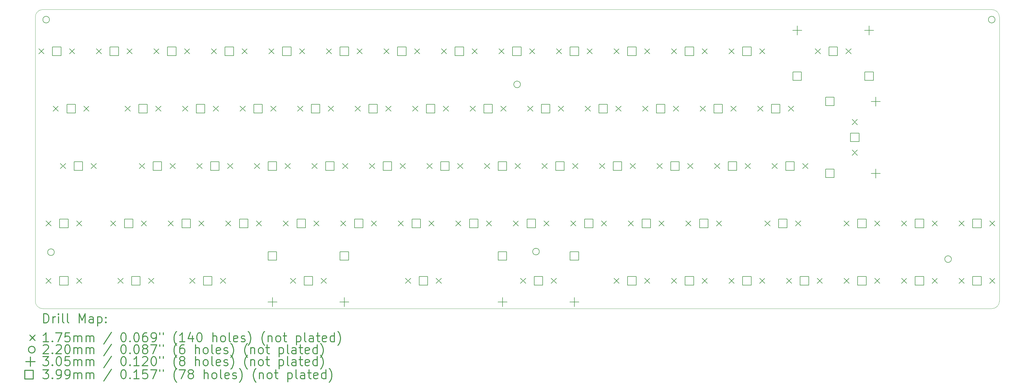
<source format=gbr>
%FSLAX45Y45*%
G04 Gerber Fmt 4.5, Leading zero omitted, Abs format (unit mm)*
G04 Created by KiCad (PCBNEW (5.1.9)-1) date 2021-05-17 15:30:06*
%MOMM*%
%LPD*%
G01*
G04 APERTURE LIST*
%TA.AperFunction,Profile*%
%ADD10C,0.100000*%
%TD*%
%ADD11C,0.200000*%
%ADD12C,0.300000*%
G04 APERTURE END LIST*
D10*
X6790000Y-19695000D02*
G75*
G02*
X6540000Y-19445000I0J250000D01*
G01*
X38475000Y-19445000D02*
G75*
G02*
X38225000Y-19695000I-250000J0D01*
G01*
X38225000Y-9765000D02*
G75*
G02*
X38475000Y-10015000I0J-250000D01*
G01*
X6540000Y-10015000D02*
G75*
G02*
X6790000Y-9765000I250000J0D01*
G01*
X6540000Y-19445000D02*
X6540000Y-10015000D01*
X6790000Y-19695000D02*
X38225000Y-19695000D01*
X38475000Y-19445000D02*
X38475000Y-10015000D01*
X38225000Y-9765000D02*
X6790000Y-9765000D01*
D11*
X6655420Y-11063412D02*
X6830420Y-11238412D01*
X6830420Y-11063412D02*
X6655420Y-11238412D01*
X6893545Y-16778412D02*
X7068545Y-16953412D01*
X7068545Y-16778412D02*
X6893545Y-16953412D01*
X6893545Y-18683412D02*
X7068545Y-18858412D01*
X7068545Y-18683412D02*
X6893545Y-18858412D01*
X7131670Y-12968412D02*
X7306670Y-13143412D01*
X7306670Y-12968412D02*
X7131670Y-13143412D01*
X7372920Y-14873412D02*
X7547920Y-15048412D01*
X7547920Y-14873412D02*
X7372920Y-15048412D01*
X7671420Y-11063412D02*
X7846420Y-11238412D01*
X7846420Y-11063412D02*
X7671420Y-11238412D01*
X7909545Y-16778412D02*
X8084545Y-16953412D01*
X8084545Y-16778412D02*
X7909545Y-16953412D01*
X7909545Y-18683412D02*
X8084545Y-18858412D01*
X8084545Y-18683412D02*
X7909545Y-18858412D01*
X8147670Y-12968412D02*
X8322670Y-13143412D01*
X8322670Y-12968412D02*
X8147670Y-13143412D01*
X8388920Y-14873412D02*
X8563920Y-15048412D01*
X8563920Y-14873412D02*
X8388920Y-15048412D01*
X8560420Y-11063412D02*
X8735420Y-11238412D01*
X8735420Y-11063412D02*
X8560420Y-11238412D01*
X9036670Y-16778412D02*
X9211670Y-16953412D01*
X9211670Y-16778412D02*
X9036670Y-16953412D01*
X9274795Y-18683412D02*
X9449795Y-18858412D01*
X9449795Y-18683412D02*
X9274795Y-18858412D01*
X9512920Y-12968412D02*
X9687920Y-13143412D01*
X9687920Y-12968412D02*
X9512920Y-13143412D01*
X9576420Y-11063412D02*
X9751420Y-11238412D01*
X9751420Y-11063412D02*
X9576420Y-11238412D01*
X9989170Y-14873412D02*
X10164170Y-15048412D01*
X10164170Y-14873412D02*
X9989170Y-15048412D01*
X10052670Y-16778412D02*
X10227670Y-16953412D01*
X10227670Y-16778412D02*
X10052670Y-16953412D01*
X10290795Y-18683412D02*
X10465795Y-18858412D01*
X10465795Y-18683412D02*
X10290795Y-18858412D01*
X10465420Y-11063412D02*
X10640420Y-11238412D01*
X10640420Y-11063412D02*
X10465420Y-11238412D01*
X10528920Y-12968412D02*
X10703920Y-13143412D01*
X10703920Y-12968412D02*
X10528920Y-13143412D01*
X10941670Y-16778412D02*
X11116670Y-16953412D01*
X11116670Y-16778412D02*
X10941670Y-16953412D01*
X11005170Y-14873412D02*
X11180170Y-15048412D01*
X11180170Y-14873412D02*
X11005170Y-15048412D01*
X11417920Y-12968412D02*
X11592920Y-13143412D01*
X11592920Y-12968412D02*
X11417920Y-13143412D01*
X11481420Y-11063412D02*
X11656420Y-11238412D01*
X11656420Y-11063412D02*
X11481420Y-11238412D01*
X11656045Y-18683412D02*
X11831045Y-18858412D01*
X11831045Y-18683412D02*
X11656045Y-18858412D01*
X11894170Y-14873412D02*
X12069170Y-15048412D01*
X12069170Y-14873412D02*
X11894170Y-15048412D01*
X11957670Y-16778412D02*
X12132670Y-16953412D01*
X12132670Y-16778412D02*
X11957670Y-16953412D01*
X12370420Y-11063412D02*
X12545420Y-11238412D01*
X12545420Y-11063412D02*
X12370420Y-11238412D01*
X12433920Y-12968412D02*
X12608920Y-13143412D01*
X12608920Y-12968412D02*
X12433920Y-13143412D01*
X12672045Y-18683412D02*
X12847045Y-18858412D01*
X12847045Y-18683412D02*
X12672045Y-18858412D01*
X12846670Y-16778412D02*
X13021670Y-16953412D01*
X13021670Y-16778412D02*
X12846670Y-16953412D01*
X12910170Y-14873412D02*
X13085170Y-15048412D01*
X13085170Y-14873412D02*
X12910170Y-15048412D01*
X13322920Y-12968412D02*
X13497920Y-13143412D01*
X13497920Y-12968412D02*
X13322920Y-13143412D01*
X13386420Y-11063412D02*
X13561420Y-11238412D01*
X13561420Y-11063412D02*
X13386420Y-11238412D01*
X13799170Y-14873412D02*
X13974170Y-15048412D01*
X13974170Y-14873412D02*
X13799170Y-15048412D01*
X13862670Y-16778412D02*
X14037670Y-16953412D01*
X14037670Y-16778412D02*
X13862670Y-16953412D01*
X14275420Y-11063412D02*
X14450420Y-11238412D01*
X14450420Y-11063412D02*
X14275420Y-11238412D01*
X14338920Y-12968412D02*
X14513920Y-13143412D01*
X14513920Y-12968412D02*
X14338920Y-13143412D01*
X14751670Y-16778412D02*
X14926670Y-16953412D01*
X14926670Y-16778412D02*
X14751670Y-16953412D01*
X14815170Y-14873412D02*
X14990170Y-15048412D01*
X14990170Y-14873412D02*
X14815170Y-15048412D01*
X14989795Y-18683412D02*
X15164795Y-18858412D01*
X15164795Y-18683412D02*
X14989795Y-18858412D01*
X15227920Y-12968412D02*
X15402920Y-13143412D01*
X15402920Y-12968412D02*
X15227920Y-13143412D01*
X15291420Y-11063412D02*
X15466420Y-11238412D01*
X15466420Y-11063412D02*
X15291420Y-11238412D01*
X15704170Y-14873412D02*
X15879170Y-15048412D01*
X15879170Y-14873412D02*
X15704170Y-15048412D01*
X15767670Y-16778412D02*
X15942670Y-16953412D01*
X15942670Y-16778412D02*
X15767670Y-16953412D01*
X16005795Y-18683412D02*
X16180795Y-18858412D01*
X16180795Y-18683412D02*
X16005795Y-18858412D01*
X16180420Y-11063412D02*
X16355420Y-11238412D01*
X16355420Y-11063412D02*
X16180420Y-11238412D01*
X16243920Y-12968412D02*
X16418920Y-13143412D01*
X16418920Y-12968412D02*
X16243920Y-13143412D01*
X16656670Y-16778412D02*
X16831670Y-16953412D01*
X16831670Y-16778412D02*
X16656670Y-16953412D01*
X16720170Y-14873412D02*
X16895170Y-15048412D01*
X16895170Y-14873412D02*
X16720170Y-15048412D01*
X17132920Y-12968412D02*
X17307920Y-13143412D01*
X17307920Y-12968412D02*
X17132920Y-13143412D01*
X17196420Y-11063412D02*
X17371420Y-11238412D01*
X17371420Y-11063412D02*
X17196420Y-11238412D01*
X17609170Y-14873412D02*
X17784170Y-15048412D01*
X17784170Y-14873412D02*
X17609170Y-15048412D01*
X17672670Y-16778412D02*
X17847670Y-16953412D01*
X17847670Y-16778412D02*
X17672670Y-16953412D01*
X18085420Y-11063412D02*
X18260420Y-11238412D01*
X18260420Y-11063412D02*
X18085420Y-11238412D01*
X18148920Y-12968412D02*
X18323920Y-13143412D01*
X18323920Y-12968412D02*
X18148920Y-13143412D01*
X18561670Y-16778412D02*
X18736670Y-16953412D01*
X18736670Y-16778412D02*
X18561670Y-16953412D01*
X18625170Y-14873412D02*
X18800170Y-15048412D01*
X18800170Y-14873412D02*
X18625170Y-15048412D01*
X18799795Y-18683412D02*
X18974795Y-18858412D01*
X18974795Y-18683412D02*
X18799795Y-18858412D01*
X19037920Y-12968412D02*
X19212920Y-13143412D01*
X19212920Y-12968412D02*
X19037920Y-13143412D01*
X19101420Y-11063412D02*
X19276420Y-11238412D01*
X19276420Y-11063412D02*
X19101420Y-11238412D01*
X19514170Y-14873412D02*
X19689170Y-15048412D01*
X19689170Y-14873412D02*
X19514170Y-15048412D01*
X19577670Y-16778412D02*
X19752670Y-16953412D01*
X19752670Y-16778412D02*
X19577670Y-16953412D01*
X19815795Y-18683412D02*
X19990795Y-18858412D01*
X19990795Y-18683412D02*
X19815795Y-18858412D01*
X19990420Y-11063412D02*
X20165420Y-11238412D01*
X20165420Y-11063412D02*
X19990420Y-11238412D01*
X20053920Y-12968412D02*
X20228920Y-13143412D01*
X20228920Y-12968412D02*
X20053920Y-13143412D01*
X20466670Y-16778412D02*
X20641670Y-16953412D01*
X20641670Y-16778412D02*
X20466670Y-16953412D01*
X20530170Y-14873412D02*
X20705170Y-15048412D01*
X20705170Y-14873412D02*
X20530170Y-15048412D01*
X20942920Y-12968412D02*
X21117920Y-13143412D01*
X21117920Y-12968412D02*
X20942920Y-13143412D01*
X21006420Y-11063412D02*
X21181420Y-11238412D01*
X21181420Y-11063412D02*
X21006420Y-11238412D01*
X21419170Y-14873412D02*
X21594170Y-15048412D01*
X21594170Y-14873412D02*
X21419170Y-15048412D01*
X21482670Y-16778412D02*
X21657670Y-16953412D01*
X21657670Y-16778412D02*
X21482670Y-16953412D01*
X21895420Y-11063412D02*
X22070420Y-11238412D01*
X22070420Y-11063412D02*
X21895420Y-11238412D01*
X21958920Y-12968412D02*
X22133920Y-13143412D01*
X22133920Y-12968412D02*
X21958920Y-13143412D01*
X22371670Y-16778412D02*
X22546670Y-16953412D01*
X22546670Y-16778412D02*
X22371670Y-16953412D01*
X22435170Y-14873412D02*
X22610170Y-15048412D01*
X22610170Y-14873412D02*
X22435170Y-15048412D01*
X22609795Y-18683412D02*
X22784795Y-18858412D01*
X22784795Y-18683412D02*
X22609795Y-18858412D01*
X22847920Y-12968412D02*
X23022920Y-13143412D01*
X23022920Y-12968412D02*
X22847920Y-13143412D01*
X22911420Y-11063412D02*
X23086420Y-11238412D01*
X23086420Y-11063412D02*
X22911420Y-11238412D01*
X23324170Y-14873412D02*
X23499170Y-15048412D01*
X23499170Y-14873412D02*
X23324170Y-15048412D01*
X23387670Y-16778412D02*
X23562670Y-16953412D01*
X23562670Y-16778412D02*
X23387670Y-16953412D01*
X23625795Y-18683412D02*
X23800795Y-18858412D01*
X23800795Y-18683412D02*
X23625795Y-18858412D01*
X23800420Y-11063412D02*
X23975420Y-11238412D01*
X23975420Y-11063412D02*
X23800420Y-11238412D01*
X23863920Y-12968412D02*
X24038920Y-13143412D01*
X24038920Y-12968412D02*
X23863920Y-13143412D01*
X24276670Y-16778412D02*
X24451670Y-16953412D01*
X24451670Y-16778412D02*
X24276670Y-16953412D01*
X24340170Y-14873412D02*
X24515170Y-15048412D01*
X24515170Y-14873412D02*
X24340170Y-15048412D01*
X24752920Y-12968412D02*
X24927920Y-13143412D01*
X24927920Y-12968412D02*
X24752920Y-13143412D01*
X24816420Y-11063412D02*
X24991420Y-11238412D01*
X24991420Y-11063412D02*
X24816420Y-11238412D01*
X25229170Y-14873412D02*
X25404170Y-15048412D01*
X25404170Y-14873412D02*
X25229170Y-15048412D01*
X25292670Y-16778412D02*
X25467670Y-16953412D01*
X25467670Y-16778412D02*
X25292670Y-16953412D01*
X25705420Y-11063412D02*
X25880420Y-11238412D01*
X25880420Y-11063412D02*
X25705420Y-11238412D01*
X25705420Y-18683412D02*
X25880420Y-18858412D01*
X25880420Y-18683412D02*
X25705420Y-18858412D01*
X25768920Y-12968412D02*
X25943920Y-13143412D01*
X25943920Y-12968412D02*
X25768920Y-13143412D01*
X26181670Y-16778412D02*
X26356670Y-16953412D01*
X26356670Y-16778412D02*
X26181670Y-16953412D01*
X26245170Y-14873412D02*
X26420170Y-15048412D01*
X26420170Y-14873412D02*
X26245170Y-15048412D01*
X26657920Y-12968412D02*
X26832920Y-13143412D01*
X26832920Y-12968412D02*
X26657920Y-13143412D01*
X26721420Y-11063412D02*
X26896420Y-11238412D01*
X26896420Y-11063412D02*
X26721420Y-11238412D01*
X26721420Y-18683412D02*
X26896420Y-18858412D01*
X26896420Y-18683412D02*
X26721420Y-18858412D01*
X27134170Y-14873412D02*
X27309170Y-15048412D01*
X27309170Y-14873412D02*
X27134170Y-15048412D01*
X27197670Y-16778412D02*
X27372670Y-16953412D01*
X27372670Y-16778412D02*
X27197670Y-16953412D01*
X27610420Y-11063412D02*
X27785420Y-11238412D01*
X27785420Y-11063412D02*
X27610420Y-11238412D01*
X27610420Y-18683412D02*
X27785420Y-18858412D01*
X27785420Y-18683412D02*
X27610420Y-18858412D01*
X27673920Y-12968412D02*
X27848920Y-13143412D01*
X27848920Y-12968412D02*
X27673920Y-13143412D01*
X28086670Y-16778412D02*
X28261670Y-16953412D01*
X28261670Y-16778412D02*
X28086670Y-16953412D01*
X28150170Y-14873412D02*
X28325170Y-15048412D01*
X28325170Y-14873412D02*
X28150170Y-15048412D01*
X28562920Y-12968412D02*
X28737920Y-13143412D01*
X28737920Y-12968412D02*
X28562920Y-13143412D01*
X28626420Y-11063412D02*
X28801420Y-11238412D01*
X28801420Y-11063412D02*
X28626420Y-11238412D01*
X28626420Y-18683412D02*
X28801420Y-18858412D01*
X28801420Y-18683412D02*
X28626420Y-18858412D01*
X29039170Y-14873412D02*
X29214170Y-15048412D01*
X29214170Y-14873412D02*
X29039170Y-15048412D01*
X29102670Y-16778412D02*
X29277670Y-16953412D01*
X29277670Y-16778412D02*
X29102670Y-16953412D01*
X29515420Y-11063412D02*
X29690420Y-11238412D01*
X29690420Y-11063412D02*
X29515420Y-11238412D01*
X29515420Y-18683412D02*
X29690420Y-18858412D01*
X29690420Y-18683412D02*
X29515420Y-18858412D01*
X29578920Y-12968412D02*
X29753920Y-13143412D01*
X29753920Y-12968412D02*
X29578920Y-13143412D01*
X30055170Y-14873412D02*
X30230170Y-15048412D01*
X30230170Y-14873412D02*
X30055170Y-15048412D01*
X30467920Y-12968412D02*
X30642920Y-13143412D01*
X30642920Y-12968412D02*
X30467920Y-13143412D01*
X30531420Y-11063412D02*
X30706420Y-11238412D01*
X30706420Y-11063412D02*
X30531420Y-11238412D01*
X30531420Y-18683412D02*
X30706420Y-18858412D01*
X30706420Y-18683412D02*
X30531420Y-18858412D01*
X30707920Y-16778412D02*
X30882920Y-16953412D01*
X30882920Y-16778412D02*
X30707920Y-16953412D01*
X30944170Y-14873412D02*
X31119170Y-15048412D01*
X31119170Y-14873412D02*
X30944170Y-15048412D01*
X31420420Y-18683412D02*
X31595420Y-18858412D01*
X31595420Y-18683412D02*
X31420420Y-18858412D01*
X31483920Y-12968412D02*
X31658920Y-13143412D01*
X31658920Y-12968412D02*
X31483920Y-13143412D01*
X31723920Y-16778412D02*
X31898920Y-16953412D01*
X31898920Y-16778412D02*
X31723920Y-16953412D01*
X31960170Y-14873412D02*
X32135170Y-15048412D01*
X32135170Y-14873412D02*
X31960170Y-15048412D01*
X32372920Y-11063412D02*
X32547920Y-11238412D01*
X32547920Y-11063412D02*
X32372920Y-11238412D01*
X32436420Y-18683412D02*
X32611420Y-18858412D01*
X32611420Y-18683412D02*
X32436420Y-18858412D01*
X33325420Y-16778412D02*
X33500420Y-16953412D01*
X33500420Y-16778412D02*
X33325420Y-16953412D01*
X33325420Y-18683412D02*
X33500420Y-18858412D01*
X33500420Y-18683412D02*
X33325420Y-18858412D01*
X33388920Y-11063412D02*
X33563920Y-11238412D01*
X33563920Y-11063412D02*
X33388920Y-11238412D01*
X33595920Y-13412912D02*
X33770920Y-13587912D01*
X33770920Y-13412912D02*
X33595920Y-13587912D01*
X33595920Y-14428912D02*
X33770920Y-14603912D01*
X33770920Y-14428912D02*
X33595920Y-14603912D01*
X34341420Y-16778412D02*
X34516420Y-16953412D01*
X34516420Y-16778412D02*
X34341420Y-16953412D01*
X34341420Y-18683412D02*
X34516420Y-18858412D01*
X34516420Y-18683412D02*
X34341420Y-18858412D01*
X35230420Y-16778412D02*
X35405420Y-16953412D01*
X35405420Y-16778412D02*
X35230420Y-16953412D01*
X35230420Y-18683412D02*
X35405420Y-18858412D01*
X35405420Y-18683412D02*
X35230420Y-18858412D01*
X36246420Y-16778412D02*
X36421420Y-16953412D01*
X36421420Y-16778412D02*
X36246420Y-16953412D01*
X36246420Y-18683412D02*
X36421420Y-18858412D01*
X36421420Y-18683412D02*
X36246420Y-18858412D01*
X37135420Y-16778412D02*
X37310420Y-16953412D01*
X37310420Y-16778412D02*
X37135420Y-16953412D01*
X37135420Y-18683412D02*
X37310420Y-18858412D01*
X37310420Y-18683412D02*
X37135420Y-18858412D01*
X38151420Y-16778412D02*
X38326420Y-16953412D01*
X38326420Y-16778412D02*
X38151420Y-16953412D01*
X38151420Y-18683412D02*
X38326420Y-18858412D01*
X38326420Y-18683412D02*
X38151420Y-18858412D01*
X7010000Y-10100000D02*
G75*
G03*
X7010000Y-10100000I-110000J0D01*
G01*
X7170000Y-17820000D02*
G75*
G03*
X7170000Y-17820000I-110000J0D01*
G01*
X22610000Y-12250000D02*
G75*
G03*
X22610000Y-12250000I-110000J0D01*
G01*
X23235000Y-17800000D02*
G75*
G03*
X23235000Y-17800000I-110000J0D01*
G01*
X36885000Y-18050000D02*
G75*
G03*
X36885000Y-18050000I-110000J0D01*
G01*
X38330000Y-10100000D02*
G75*
G03*
X38330000Y-10100000I-110000J0D01*
G01*
X14394670Y-19317012D02*
X14394670Y-19621812D01*
X14242270Y-19469412D02*
X14547070Y-19469412D01*
X16775920Y-19317012D02*
X16775920Y-19621812D01*
X16623520Y-19469412D02*
X16928320Y-19469412D01*
X22014670Y-19317012D02*
X22014670Y-19621812D01*
X21862270Y-19469412D02*
X22167070Y-19469412D01*
X24395920Y-19317012D02*
X24395920Y-19621812D01*
X24243520Y-19469412D02*
X24548320Y-19469412D01*
X31777795Y-10300012D02*
X31777795Y-10604812D01*
X31625395Y-10452412D02*
X31930195Y-10452412D01*
X34159045Y-10300012D02*
X34159045Y-10604812D01*
X34006645Y-10452412D02*
X34311445Y-10452412D01*
X34381920Y-12662212D02*
X34381920Y-12967012D01*
X34229520Y-12814612D02*
X34534320Y-12814612D01*
X34381920Y-15049812D02*
X34381920Y-15354612D01*
X34229520Y-15202212D02*
X34534320Y-15202212D01*
X7391911Y-11291903D02*
X7391911Y-11009921D01*
X7109929Y-11009921D01*
X7109929Y-11291903D01*
X7391911Y-11291903D01*
X7630036Y-17006903D02*
X7630036Y-16724921D01*
X7348054Y-16724921D01*
X7348054Y-17006903D01*
X7630036Y-17006903D01*
X7630036Y-18911903D02*
X7630036Y-18629921D01*
X7348054Y-18629921D01*
X7348054Y-18911903D01*
X7630036Y-18911903D01*
X7868161Y-13196903D02*
X7868161Y-12914921D01*
X7586179Y-12914921D01*
X7586179Y-13196903D01*
X7868161Y-13196903D01*
X8109411Y-15101903D02*
X8109411Y-14819921D01*
X7827429Y-14819921D01*
X7827429Y-15101903D01*
X8109411Y-15101903D01*
X9296911Y-11291903D02*
X9296911Y-11009921D01*
X9014929Y-11009921D01*
X9014929Y-11291903D01*
X9296911Y-11291903D01*
X9773161Y-17006903D02*
X9773161Y-16724921D01*
X9491179Y-16724921D01*
X9491179Y-17006903D01*
X9773161Y-17006903D01*
X10011286Y-18911903D02*
X10011286Y-18629921D01*
X9729304Y-18629921D01*
X9729304Y-18911903D01*
X10011286Y-18911903D01*
X10249411Y-13196903D02*
X10249411Y-12914921D01*
X9967429Y-12914921D01*
X9967429Y-13196903D01*
X10249411Y-13196903D01*
X10725661Y-15101903D02*
X10725661Y-14819921D01*
X10443679Y-14819921D01*
X10443679Y-15101903D01*
X10725661Y-15101903D01*
X11201911Y-11291903D02*
X11201911Y-11009921D01*
X10919929Y-11009921D01*
X10919929Y-11291903D01*
X11201911Y-11291903D01*
X11678161Y-17006903D02*
X11678161Y-16724921D01*
X11396179Y-16724921D01*
X11396179Y-17006903D01*
X11678161Y-17006903D01*
X12154411Y-13196903D02*
X12154411Y-12914921D01*
X11872429Y-12914921D01*
X11872429Y-13196903D01*
X12154411Y-13196903D01*
X12392536Y-18911903D02*
X12392536Y-18629921D01*
X12110554Y-18629921D01*
X12110554Y-18911903D01*
X12392536Y-18911903D01*
X12630661Y-15101903D02*
X12630661Y-14819921D01*
X12348679Y-14819921D01*
X12348679Y-15101903D01*
X12630661Y-15101903D01*
X13106911Y-11291903D02*
X13106911Y-11009921D01*
X12824929Y-11009921D01*
X12824929Y-11291903D01*
X13106911Y-11291903D01*
X13583161Y-17006903D02*
X13583161Y-16724921D01*
X13301179Y-16724921D01*
X13301179Y-17006903D01*
X13583161Y-17006903D01*
X14059411Y-13196903D02*
X14059411Y-12914921D01*
X13777429Y-12914921D01*
X13777429Y-13196903D01*
X14059411Y-13196903D01*
X14535661Y-15101903D02*
X14535661Y-14819921D01*
X14253679Y-14819921D01*
X14253679Y-15101903D01*
X14535661Y-15101903D01*
X14535661Y-18086403D02*
X14535661Y-17804421D01*
X14253679Y-17804421D01*
X14253679Y-18086403D01*
X14535661Y-18086403D01*
X15011911Y-11291903D02*
X15011911Y-11009921D01*
X14729929Y-11009921D01*
X14729929Y-11291903D01*
X15011911Y-11291903D01*
X15488161Y-17006903D02*
X15488161Y-16724921D01*
X15206179Y-16724921D01*
X15206179Y-17006903D01*
X15488161Y-17006903D01*
X15726286Y-18911903D02*
X15726286Y-18629921D01*
X15444304Y-18629921D01*
X15444304Y-18911903D01*
X15726286Y-18911903D01*
X15964411Y-13196903D02*
X15964411Y-12914921D01*
X15682429Y-12914921D01*
X15682429Y-13196903D01*
X15964411Y-13196903D01*
X16440661Y-15101903D02*
X16440661Y-14819921D01*
X16158679Y-14819921D01*
X16158679Y-15101903D01*
X16440661Y-15101903D01*
X16916911Y-11291903D02*
X16916911Y-11009921D01*
X16634929Y-11009921D01*
X16634929Y-11291903D01*
X16916911Y-11291903D01*
X16916911Y-18086403D02*
X16916911Y-17804421D01*
X16634929Y-17804421D01*
X16634929Y-18086403D01*
X16916911Y-18086403D01*
X17393161Y-17006903D02*
X17393161Y-16724921D01*
X17111179Y-16724921D01*
X17111179Y-17006903D01*
X17393161Y-17006903D01*
X17869411Y-13196903D02*
X17869411Y-12914921D01*
X17587429Y-12914921D01*
X17587429Y-13196903D01*
X17869411Y-13196903D01*
X18345661Y-15101903D02*
X18345661Y-14819921D01*
X18063679Y-14819921D01*
X18063679Y-15101903D01*
X18345661Y-15101903D01*
X18821911Y-11291903D02*
X18821911Y-11009921D01*
X18539929Y-11009921D01*
X18539929Y-11291903D01*
X18821911Y-11291903D01*
X19298161Y-17006903D02*
X19298161Y-16724921D01*
X19016179Y-16724921D01*
X19016179Y-17006903D01*
X19298161Y-17006903D01*
X19536286Y-18911903D02*
X19536286Y-18629921D01*
X19254304Y-18629921D01*
X19254304Y-18911903D01*
X19536286Y-18911903D01*
X19774411Y-13196903D02*
X19774411Y-12914921D01*
X19492429Y-12914921D01*
X19492429Y-13196903D01*
X19774411Y-13196903D01*
X20250661Y-15101903D02*
X20250661Y-14819921D01*
X19968679Y-14819921D01*
X19968679Y-15101903D01*
X20250661Y-15101903D01*
X20726911Y-11291903D02*
X20726911Y-11009921D01*
X20444929Y-11009921D01*
X20444929Y-11291903D01*
X20726911Y-11291903D01*
X21203161Y-17006903D02*
X21203161Y-16724921D01*
X20921179Y-16724921D01*
X20921179Y-17006903D01*
X21203161Y-17006903D01*
X21679411Y-13196903D02*
X21679411Y-12914921D01*
X21397429Y-12914921D01*
X21397429Y-13196903D01*
X21679411Y-13196903D01*
X22155661Y-15101903D02*
X22155661Y-14819921D01*
X21873679Y-14819921D01*
X21873679Y-15101903D01*
X22155661Y-15101903D01*
X22155661Y-18086403D02*
X22155661Y-17804421D01*
X21873679Y-17804421D01*
X21873679Y-18086403D01*
X22155661Y-18086403D01*
X22631911Y-11291903D02*
X22631911Y-11009921D01*
X22349929Y-11009921D01*
X22349929Y-11291903D01*
X22631911Y-11291903D01*
X23108161Y-17006903D02*
X23108161Y-16724921D01*
X22826179Y-16724921D01*
X22826179Y-17006903D01*
X23108161Y-17006903D01*
X23346286Y-18911903D02*
X23346286Y-18629921D01*
X23064304Y-18629921D01*
X23064304Y-18911903D01*
X23346286Y-18911903D01*
X23584411Y-13196903D02*
X23584411Y-12914921D01*
X23302429Y-12914921D01*
X23302429Y-13196903D01*
X23584411Y-13196903D01*
X24060661Y-15101903D02*
X24060661Y-14819921D01*
X23778679Y-14819921D01*
X23778679Y-15101903D01*
X24060661Y-15101903D01*
X24536911Y-11291903D02*
X24536911Y-11009921D01*
X24254929Y-11009921D01*
X24254929Y-11291903D01*
X24536911Y-11291903D01*
X24536911Y-18086403D02*
X24536911Y-17804421D01*
X24254929Y-17804421D01*
X24254929Y-18086403D01*
X24536911Y-18086403D01*
X25013161Y-17006903D02*
X25013161Y-16724921D01*
X24731179Y-16724921D01*
X24731179Y-17006903D01*
X25013161Y-17006903D01*
X25489411Y-13196903D02*
X25489411Y-12914921D01*
X25207429Y-12914921D01*
X25207429Y-13196903D01*
X25489411Y-13196903D01*
X25965661Y-15101903D02*
X25965661Y-14819921D01*
X25683679Y-14819921D01*
X25683679Y-15101903D01*
X25965661Y-15101903D01*
X26441911Y-11291903D02*
X26441911Y-11009921D01*
X26159929Y-11009921D01*
X26159929Y-11291903D01*
X26441911Y-11291903D01*
X26441911Y-18911903D02*
X26441911Y-18629921D01*
X26159929Y-18629921D01*
X26159929Y-18911903D01*
X26441911Y-18911903D01*
X26918161Y-17006903D02*
X26918161Y-16724921D01*
X26636179Y-16724921D01*
X26636179Y-17006903D01*
X26918161Y-17006903D01*
X27394411Y-13196903D02*
X27394411Y-12914921D01*
X27112429Y-12914921D01*
X27112429Y-13196903D01*
X27394411Y-13196903D01*
X27870661Y-15101903D02*
X27870661Y-14819921D01*
X27588679Y-14819921D01*
X27588679Y-15101903D01*
X27870661Y-15101903D01*
X28346911Y-11291903D02*
X28346911Y-11009921D01*
X28064929Y-11009921D01*
X28064929Y-11291903D01*
X28346911Y-11291903D01*
X28346911Y-18911903D02*
X28346911Y-18629921D01*
X28064929Y-18629921D01*
X28064929Y-18911903D01*
X28346911Y-18911903D01*
X28823161Y-17006903D02*
X28823161Y-16724921D01*
X28541179Y-16724921D01*
X28541179Y-17006903D01*
X28823161Y-17006903D01*
X29299411Y-13196903D02*
X29299411Y-12914921D01*
X29017429Y-12914921D01*
X29017429Y-13196903D01*
X29299411Y-13196903D01*
X29775661Y-15101903D02*
X29775661Y-14819921D01*
X29493679Y-14819921D01*
X29493679Y-15101903D01*
X29775661Y-15101903D01*
X30251911Y-11291903D02*
X30251911Y-11009921D01*
X29969929Y-11009921D01*
X29969929Y-11291903D01*
X30251911Y-11291903D01*
X30251911Y-18911903D02*
X30251911Y-18629921D01*
X29969929Y-18629921D01*
X29969929Y-18911903D01*
X30251911Y-18911903D01*
X31204411Y-13196903D02*
X31204411Y-12914921D01*
X30922429Y-12914921D01*
X30922429Y-13196903D01*
X31204411Y-13196903D01*
X31444411Y-17006903D02*
X31444411Y-16724921D01*
X31162429Y-16724921D01*
X31162429Y-17006903D01*
X31444411Y-17006903D01*
X31680661Y-15101903D02*
X31680661Y-14819921D01*
X31398679Y-14819921D01*
X31398679Y-15101903D01*
X31680661Y-15101903D01*
X31918786Y-12117403D02*
X31918786Y-11835421D01*
X31636804Y-11835421D01*
X31636804Y-12117403D01*
X31918786Y-12117403D01*
X32156911Y-18911903D02*
X32156911Y-18629921D01*
X31874929Y-18629921D01*
X31874929Y-18911903D01*
X32156911Y-18911903D01*
X32998911Y-12955603D02*
X32998911Y-12673621D01*
X32716929Y-12673621D01*
X32716929Y-12955603D01*
X32998911Y-12955603D01*
X32998911Y-15343203D02*
X32998911Y-15061221D01*
X32716929Y-15061221D01*
X32716929Y-15343203D01*
X32998911Y-15343203D01*
X33109411Y-11291903D02*
X33109411Y-11009921D01*
X32827429Y-11009921D01*
X32827429Y-11291903D01*
X33109411Y-11291903D01*
X33824411Y-14149403D02*
X33824411Y-13867421D01*
X33542429Y-13867421D01*
X33542429Y-14149403D01*
X33824411Y-14149403D01*
X34061911Y-17006903D02*
X34061911Y-16724921D01*
X33779929Y-16724921D01*
X33779929Y-17006903D01*
X34061911Y-17006903D01*
X34061911Y-18911903D02*
X34061911Y-18629921D01*
X33779929Y-18629921D01*
X33779929Y-18911903D01*
X34061911Y-18911903D01*
X34300036Y-12117403D02*
X34300036Y-11835421D01*
X34018054Y-11835421D01*
X34018054Y-12117403D01*
X34300036Y-12117403D01*
X35966911Y-17006903D02*
X35966911Y-16724921D01*
X35684929Y-16724921D01*
X35684929Y-17006903D01*
X35966911Y-17006903D01*
X35966911Y-18911903D02*
X35966911Y-18629921D01*
X35684929Y-18629921D01*
X35684929Y-18911903D01*
X35966911Y-18911903D01*
X37871911Y-17006903D02*
X37871911Y-16724921D01*
X37589929Y-16724921D01*
X37589929Y-17006903D01*
X37871911Y-17006903D01*
X37871911Y-18911903D02*
X37871911Y-18629921D01*
X37589929Y-18629921D01*
X37589929Y-18911903D01*
X37871911Y-18911903D01*
D12*
X6821428Y-20165714D02*
X6821428Y-19865714D01*
X6892857Y-19865714D01*
X6935714Y-19880000D01*
X6964286Y-19908572D01*
X6978571Y-19937143D01*
X6992857Y-19994286D01*
X6992857Y-20037143D01*
X6978571Y-20094286D01*
X6964286Y-20122857D01*
X6935714Y-20151429D01*
X6892857Y-20165714D01*
X6821428Y-20165714D01*
X7121428Y-20165714D02*
X7121428Y-19965714D01*
X7121428Y-20022857D02*
X7135714Y-19994286D01*
X7150000Y-19980000D01*
X7178571Y-19965714D01*
X7207143Y-19965714D01*
X7307143Y-20165714D02*
X7307143Y-19965714D01*
X7307143Y-19865714D02*
X7292857Y-19880000D01*
X7307143Y-19894286D01*
X7321428Y-19880000D01*
X7307143Y-19865714D01*
X7307143Y-19894286D01*
X7492857Y-20165714D02*
X7464286Y-20151429D01*
X7450000Y-20122857D01*
X7450000Y-19865714D01*
X7650000Y-20165714D02*
X7621428Y-20151429D01*
X7607143Y-20122857D01*
X7607143Y-19865714D01*
X7992857Y-20165714D02*
X7992857Y-19865714D01*
X8092857Y-20080000D01*
X8192857Y-19865714D01*
X8192857Y-20165714D01*
X8464286Y-20165714D02*
X8464286Y-20008572D01*
X8450000Y-19980000D01*
X8421428Y-19965714D01*
X8364286Y-19965714D01*
X8335714Y-19980000D01*
X8464286Y-20151429D02*
X8435714Y-20165714D01*
X8364286Y-20165714D01*
X8335714Y-20151429D01*
X8321428Y-20122857D01*
X8321428Y-20094286D01*
X8335714Y-20065714D01*
X8364286Y-20051429D01*
X8435714Y-20051429D01*
X8464286Y-20037143D01*
X8607143Y-19965714D02*
X8607143Y-20265714D01*
X8607143Y-19980000D02*
X8635714Y-19965714D01*
X8692857Y-19965714D01*
X8721428Y-19980000D01*
X8735714Y-19994286D01*
X8750000Y-20022857D01*
X8750000Y-20108572D01*
X8735714Y-20137143D01*
X8721428Y-20151429D01*
X8692857Y-20165714D01*
X8635714Y-20165714D01*
X8607143Y-20151429D01*
X8878571Y-20137143D02*
X8892857Y-20151429D01*
X8878571Y-20165714D01*
X8864286Y-20151429D01*
X8878571Y-20137143D01*
X8878571Y-20165714D01*
X8878571Y-19980000D02*
X8892857Y-19994286D01*
X8878571Y-20008572D01*
X8864286Y-19994286D01*
X8878571Y-19980000D01*
X8878571Y-20008572D01*
X6360000Y-20572500D02*
X6535000Y-20747500D01*
X6535000Y-20572500D02*
X6360000Y-20747500D01*
X6978571Y-20795714D02*
X6807143Y-20795714D01*
X6892857Y-20795714D02*
X6892857Y-20495714D01*
X6864286Y-20538572D01*
X6835714Y-20567143D01*
X6807143Y-20581429D01*
X7107143Y-20767143D02*
X7121428Y-20781429D01*
X7107143Y-20795714D01*
X7092857Y-20781429D01*
X7107143Y-20767143D01*
X7107143Y-20795714D01*
X7221428Y-20495714D02*
X7421428Y-20495714D01*
X7292857Y-20795714D01*
X7678571Y-20495714D02*
X7535714Y-20495714D01*
X7521428Y-20638572D01*
X7535714Y-20624286D01*
X7564286Y-20610000D01*
X7635714Y-20610000D01*
X7664286Y-20624286D01*
X7678571Y-20638572D01*
X7692857Y-20667143D01*
X7692857Y-20738572D01*
X7678571Y-20767143D01*
X7664286Y-20781429D01*
X7635714Y-20795714D01*
X7564286Y-20795714D01*
X7535714Y-20781429D01*
X7521428Y-20767143D01*
X7821428Y-20795714D02*
X7821428Y-20595714D01*
X7821428Y-20624286D02*
X7835714Y-20610000D01*
X7864286Y-20595714D01*
X7907143Y-20595714D01*
X7935714Y-20610000D01*
X7950000Y-20638572D01*
X7950000Y-20795714D01*
X7950000Y-20638572D02*
X7964286Y-20610000D01*
X7992857Y-20595714D01*
X8035714Y-20595714D01*
X8064286Y-20610000D01*
X8078571Y-20638572D01*
X8078571Y-20795714D01*
X8221428Y-20795714D02*
X8221428Y-20595714D01*
X8221428Y-20624286D02*
X8235714Y-20610000D01*
X8264286Y-20595714D01*
X8307143Y-20595714D01*
X8335714Y-20610000D01*
X8350000Y-20638572D01*
X8350000Y-20795714D01*
X8350000Y-20638572D02*
X8364286Y-20610000D01*
X8392857Y-20595714D01*
X8435714Y-20595714D01*
X8464286Y-20610000D01*
X8478571Y-20638572D01*
X8478571Y-20795714D01*
X9064286Y-20481429D02*
X8807143Y-20867143D01*
X9450000Y-20495714D02*
X9478571Y-20495714D01*
X9507143Y-20510000D01*
X9521428Y-20524286D01*
X9535714Y-20552857D01*
X9550000Y-20610000D01*
X9550000Y-20681429D01*
X9535714Y-20738572D01*
X9521428Y-20767143D01*
X9507143Y-20781429D01*
X9478571Y-20795714D01*
X9450000Y-20795714D01*
X9421428Y-20781429D01*
X9407143Y-20767143D01*
X9392857Y-20738572D01*
X9378571Y-20681429D01*
X9378571Y-20610000D01*
X9392857Y-20552857D01*
X9407143Y-20524286D01*
X9421428Y-20510000D01*
X9450000Y-20495714D01*
X9678571Y-20767143D02*
X9692857Y-20781429D01*
X9678571Y-20795714D01*
X9664286Y-20781429D01*
X9678571Y-20767143D01*
X9678571Y-20795714D01*
X9878571Y-20495714D02*
X9907143Y-20495714D01*
X9935714Y-20510000D01*
X9950000Y-20524286D01*
X9964286Y-20552857D01*
X9978571Y-20610000D01*
X9978571Y-20681429D01*
X9964286Y-20738572D01*
X9950000Y-20767143D01*
X9935714Y-20781429D01*
X9907143Y-20795714D01*
X9878571Y-20795714D01*
X9850000Y-20781429D01*
X9835714Y-20767143D01*
X9821428Y-20738572D01*
X9807143Y-20681429D01*
X9807143Y-20610000D01*
X9821428Y-20552857D01*
X9835714Y-20524286D01*
X9850000Y-20510000D01*
X9878571Y-20495714D01*
X10235714Y-20495714D02*
X10178571Y-20495714D01*
X10150000Y-20510000D01*
X10135714Y-20524286D01*
X10107143Y-20567143D01*
X10092857Y-20624286D01*
X10092857Y-20738572D01*
X10107143Y-20767143D01*
X10121428Y-20781429D01*
X10150000Y-20795714D01*
X10207143Y-20795714D01*
X10235714Y-20781429D01*
X10250000Y-20767143D01*
X10264286Y-20738572D01*
X10264286Y-20667143D01*
X10250000Y-20638572D01*
X10235714Y-20624286D01*
X10207143Y-20610000D01*
X10150000Y-20610000D01*
X10121428Y-20624286D01*
X10107143Y-20638572D01*
X10092857Y-20667143D01*
X10407143Y-20795714D02*
X10464286Y-20795714D01*
X10492857Y-20781429D01*
X10507143Y-20767143D01*
X10535714Y-20724286D01*
X10550000Y-20667143D01*
X10550000Y-20552857D01*
X10535714Y-20524286D01*
X10521428Y-20510000D01*
X10492857Y-20495714D01*
X10435714Y-20495714D01*
X10407143Y-20510000D01*
X10392857Y-20524286D01*
X10378571Y-20552857D01*
X10378571Y-20624286D01*
X10392857Y-20652857D01*
X10407143Y-20667143D01*
X10435714Y-20681429D01*
X10492857Y-20681429D01*
X10521428Y-20667143D01*
X10535714Y-20652857D01*
X10550000Y-20624286D01*
X10664286Y-20495714D02*
X10664286Y-20552857D01*
X10778571Y-20495714D02*
X10778571Y-20552857D01*
X11221428Y-20910000D02*
X11207143Y-20895714D01*
X11178571Y-20852857D01*
X11164286Y-20824286D01*
X11150000Y-20781429D01*
X11135714Y-20710000D01*
X11135714Y-20652857D01*
X11150000Y-20581429D01*
X11164286Y-20538572D01*
X11178571Y-20510000D01*
X11207143Y-20467143D01*
X11221428Y-20452857D01*
X11492857Y-20795714D02*
X11321428Y-20795714D01*
X11407143Y-20795714D02*
X11407143Y-20495714D01*
X11378571Y-20538572D01*
X11350000Y-20567143D01*
X11321428Y-20581429D01*
X11750000Y-20595714D02*
X11750000Y-20795714D01*
X11678571Y-20481429D02*
X11607143Y-20695714D01*
X11792857Y-20695714D01*
X11964286Y-20495714D02*
X11992857Y-20495714D01*
X12021428Y-20510000D01*
X12035714Y-20524286D01*
X12050000Y-20552857D01*
X12064286Y-20610000D01*
X12064286Y-20681429D01*
X12050000Y-20738572D01*
X12035714Y-20767143D01*
X12021428Y-20781429D01*
X11992857Y-20795714D01*
X11964286Y-20795714D01*
X11935714Y-20781429D01*
X11921428Y-20767143D01*
X11907143Y-20738572D01*
X11892857Y-20681429D01*
X11892857Y-20610000D01*
X11907143Y-20552857D01*
X11921428Y-20524286D01*
X11935714Y-20510000D01*
X11964286Y-20495714D01*
X12421428Y-20795714D02*
X12421428Y-20495714D01*
X12550000Y-20795714D02*
X12550000Y-20638572D01*
X12535714Y-20610000D01*
X12507143Y-20595714D01*
X12464286Y-20595714D01*
X12435714Y-20610000D01*
X12421428Y-20624286D01*
X12735714Y-20795714D02*
X12707143Y-20781429D01*
X12692857Y-20767143D01*
X12678571Y-20738572D01*
X12678571Y-20652857D01*
X12692857Y-20624286D01*
X12707143Y-20610000D01*
X12735714Y-20595714D01*
X12778571Y-20595714D01*
X12807143Y-20610000D01*
X12821428Y-20624286D01*
X12835714Y-20652857D01*
X12835714Y-20738572D01*
X12821428Y-20767143D01*
X12807143Y-20781429D01*
X12778571Y-20795714D01*
X12735714Y-20795714D01*
X13007143Y-20795714D02*
X12978571Y-20781429D01*
X12964286Y-20752857D01*
X12964286Y-20495714D01*
X13235714Y-20781429D02*
X13207143Y-20795714D01*
X13150000Y-20795714D01*
X13121428Y-20781429D01*
X13107143Y-20752857D01*
X13107143Y-20638572D01*
X13121428Y-20610000D01*
X13150000Y-20595714D01*
X13207143Y-20595714D01*
X13235714Y-20610000D01*
X13250000Y-20638572D01*
X13250000Y-20667143D01*
X13107143Y-20695714D01*
X13364286Y-20781429D02*
X13392857Y-20795714D01*
X13450000Y-20795714D01*
X13478571Y-20781429D01*
X13492857Y-20752857D01*
X13492857Y-20738572D01*
X13478571Y-20710000D01*
X13450000Y-20695714D01*
X13407143Y-20695714D01*
X13378571Y-20681429D01*
X13364286Y-20652857D01*
X13364286Y-20638572D01*
X13378571Y-20610000D01*
X13407143Y-20595714D01*
X13450000Y-20595714D01*
X13478571Y-20610000D01*
X13592857Y-20910000D02*
X13607143Y-20895714D01*
X13635714Y-20852857D01*
X13650000Y-20824286D01*
X13664286Y-20781429D01*
X13678571Y-20710000D01*
X13678571Y-20652857D01*
X13664286Y-20581429D01*
X13650000Y-20538572D01*
X13635714Y-20510000D01*
X13607143Y-20467143D01*
X13592857Y-20452857D01*
X14135714Y-20910000D02*
X14121428Y-20895714D01*
X14092857Y-20852857D01*
X14078571Y-20824286D01*
X14064286Y-20781429D01*
X14050000Y-20710000D01*
X14050000Y-20652857D01*
X14064286Y-20581429D01*
X14078571Y-20538572D01*
X14092857Y-20510000D01*
X14121428Y-20467143D01*
X14135714Y-20452857D01*
X14250000Y-20595714D02*
X14250000Y-20795714D01*
X14250000Y-20624286D02*
X14264286Y-20610000D01*
X14292857Y-20595714D01*
X14335714Y-20595714D01*
X14364286Y-20610000D01*
X14378571Y-20638572D01*
X14378571Y-20795714D01*
X14564286Y-20795714D02*
X14535714Y-20781429D01*
X14521428Y-20767143D01*
X14507143Y-20738572D01*
X14507143Y-20652857D01*
X14521428Y-20624286D01*
X14535714Y-20610000D01*
X14564286Y-20595714D01*
X14607143Y-20595714D01*
X14635714Y-20610000D01*
X14650000Y-20624286D01*
X14664286Y-20652857D01*
X14664286Y-20738572D01*
X14650000Y-20767143D01*
X14635714Y-20781429D01*
X14607143Y-20795714D01*
X14564286Y-20795714D01*
X14750000Y-20595714D02*
X14864286Y-20595714D01*
X14792857Y-20495714D02*
X14792857Y-20752857D01*
X14807143Y-20781429D01*
X14835714Y-20795714D01*
X14864286Y-20795714D01*
X15192857Y-20595714D02*
X15192857Y-20895714D01*
X15192857Y-20610000D02*
X15221428Y-20595714D01*
X15278571Y-20595714D01*
X15307143Y-20610000D01*
X15321428Y-20624286D01*
X15335714Y-20652857D01*
X15335714Y-20738572D01*
X15321428Y-20767143D01*
X15307143Y-20781429D01*
X15278571Y-20795714D01*
X15221428Y-20795714D01*
X15192857Y-20781429D01*
X15507143Y-20795714D02*
X15478571Y-20781429D01*
X15464286Y-20752857D01*
X15464286Y-20495714D01*
X15750000Y-20795714D02*
X15750000Y-20638572D01*
X15735714Y-20610000D01*
X15707143Y-20595714D01*
X15650000Y-20595714D01*
X15621428Y-20610000D01*
X15750000Y-20781429D02*
X15721428Y-20795714D01*
X15650000Y-20795714D01*
X15621428Y-20781429D01*
X15607143Y-20752857D01*
X15607143Y-20724286D01*
X15621428Y-20695714D01*
X15650000Y-20681429D01*
X15721428Y-20681429D01*
X15750000Y-20667143D01*
X15850000Y-20595714D02*
X15964286Y-20595714D01*
X15892857Y-20495714D02*
X15892857Y-20752857D01*
X15907143Y-20781429D01*
X15935714Y-20795714D01*
X15964286Y-20795714D01*
X16178571Y-20781429D02*
X16150000Y-20795714D01*
X16092857Y-20795714D01*
X16064286Y-20781429D01*
X16050000Y-20752857D01*
X16050000Y-20638572D01*
X16064286Y-20610000D01*
X16092857Y-20595714D01*
X16150000Y-20595714D01*
X16178571Y-20610000D01*
X16192857Y-20638572D01*
X16192857Y-20667143D01*
X16050000Y-20695714D01*
X16450000Y-20795714D02*
X16450000Y-20495714D01*
X16450000Y-20781429D02*
X16421428Y-20795714D01*
X16364286Y-20795714D01*
X16335714Y-20781429D01*
X16321428Y-20767143D01*
X16307143Y-20738572D01*
X16307143Y-20652857D01*
X16321428Y-20624286D01*
X16335714Y-20610000D01*
X16364286Y-20595714D01*
X16421428Y-20595714D01*
X16450000Y-20610000D01*
X16564286Y-20910000D02*
X16578571Y-20895714D01*
X16607143Y-20852857D01*
X16621428Y-20824286D01*
X16635714Y-20781429D01*
X16650000Y-20710000D01*
X16650000Y-20652857D01*
X16635714Y-20581429D01*
X16621428Y-20538572D01*
X16607143Y-20510000D01*
X16578571Y-20467143D01*
X16564286Y-20452857D01*
X6535000Y-21056000D02*
G75*
G03*
X6535000Y-21056000I-110000J0D01*
G01*
X6807143Y-20920286D02*
X6821428Y-20906000D01*
X6850000Y-20891714D01*
X6921428Y-20891714D01*
X6950000Y-20906000D01*
X6964286Y-20920286D01*
X6978571Y-20948857D01*
X6978571Y-20977429D01*
X6964286Y-21020286D01*
X6792857Y-21191714D01*
X6978571Y-21191714D01*
X7107143Y-21163143D02*
X7121428Y-21177429D01*
X7107143Y-21191714D01*
X7092857Y-21177429D01*
X7107143Y-21163143D01*
X7107143Y-21191714D01*
X7235714Y-20920286D02*
X7250000Y-20906000D01*
X7278571Y-20891714D01*
X7350000Y-20891714D01*
X7378571Y-20906000D01*
X7392857Y-20920286D01*
X7407143Y-20948857D01*
X7407143Y-20977429D01*
X7392857Y-21020286D01*
X7221428Y-21191714D01*
X7407143Y-21191714D01*
X7592857Y-20891714D02*
X7621428Y-20891714D01*
X7650000Y-20906000D01*
X7664286Y-20920286D01*
X7678571Y-20948857D01*
X7692857Y-21006000D01*
X7692857Y-21077429D01*
X7678571Y-21134572D01*
X7664286Y-21163143D01*
X7650000Y-21177429D01*
X7621428Y-21191714D01*
X7592857Y-21191714D01*
X7564286Y-21177429D01*
X7550000Y-21163143D01*
X7535714Y-21134572D01*
X7521428Y-21077429D01*
X7521428Y-21006000D01*
X7535714Y-20948857D01*
X7550000Y-20920286D01*
X7564286Y-20906000D01*
X7592857Y-20891714D01*
X7821428Y-21191714D02*
X7821428Y-20991714D01*
X7821428Y-21020286D02*
X7835714Y-21006000D01*
X7864286Y-20991714D01*
X7907143Y-20991714D01*
X7935714Y-21006000D01*
X7950000Y-21034572D01*
X7950000Y-21191714D01*
X7950000Y-21034572D02*
X7964286Y-21006000D01*
X7992857Y-20991714D01*
X8035714Y-20991714D01*
X8064286Y-21006000D01*
X8078571Y-21034572D01*
X8078571Y-21191714D01*
X8221428Y-21191714D02*
X8221428Y-20991714D01*
X8221428Y-21020286D02*
X8235714Y-21006000D01*
X8264286Y-20991714D01*
X8307143Y-20991714D01*
X8335714Y-21006000D01*
X8350000Y-21034572D01*
X8350000Y-21191714D01*
X8350000Y-21034572D02*
X8364286Y-21006000D01*
X8392857Y-20991714D01*
X8435714Y-20991714D01*
X8464286Y-21006000D01*
X8478571Y-21034572D01*
X8478571Y-21191714D01*
X9064286Y-20877429D02*
X8807143Y-21263143D01*
X9450000Y-20891714D02*
X9478571Y-20891714D01*
X9507143Y-20906000D01*
X9521428Y-20920286D01*
X9535714Y-20948857D01*
X9550000Y-21006000D01*
X9550000Y-21077429D01*
X9535714Y-21134572D01*
X9521428Y-21163143D01*
X9507143Y-21177429D01*
X9478571Y-21191714D01*
X9450000Y-21191714D01*
X9421428Y-21177429D01*
X9407143Y-21163143D01*
X9392857Y-21134572D01*
X9378571Y-21077429D01*
X9378571Y-21006000D01*
X9392857Y-20948857D01*
X9407143Y-20920286D01*
X9421428Y-20906000D01*
X9450000Y-20891714D01*
X9678571Y-21163143D02*
X9692857Y-21177429D01*
X9678571Y-21191714D01*
X9664286Y-21177429D01*
X9678571Y-21163143D01*
X9678571Y-21191714D01*
X9878571Y-20891714D02*
X9907143Y-20891714D01*
X9935714Y-20906000D01*
X9950000Y-20920286D01*
X9964286Y-20948857D01*
X9978571Y-21006000D01*
X9978571Y-21077429D01*
X9964286Y-21134572D01*
X9950000Y-21163143D01*
X9935714Y-21177429D01*
X9907143Y-21191714D01*
X9878571Y-21191714D01*
X9850000Y-21177429D01*
X9835714Y-21163143D01*
X9821428Y-21134572D01*
X9807143Y-21077429D01*
X9807143Y-21006000D01*
X9821428Y-20948857D01*
X9835714Y-20920286D01*
X9850000Y-20906000D01*
X9878571Y-20891714D01*
X10150000Y-21020286D02*
X10121428Y-21006000D01*
X10107143Y-20991714D01*
X10092857Y-20963143D01*
X10092857Y-20948857D01*
X10107143Y-20920286D01*
X10121428Y-20906000D01*
X10150000Y-20891714D01*
X10207143Y-20891714D01*
X10235714Y-20906000D01*
X10250000Y-20920286D01*
X10264286Y-20948857D01*
X10264286Y-20963143D01*
X10250000Y-20991714D01*
X10235714Y-21006000D01*
X10207143Y-21020286D01*
X10150000Y-21020286D01*
X10121428Y-21034572D01*
X10107143Y-21048857D01*
X10092857Y-21077429D01*
X10092857Y-21134572D01*
X10107143Y-21163143D01*
X10121428Y-21177429D01*
X10150000Y-21191714D01*
X10207143Y-21191714D01*
X10235714Y-21177429D01*
X10250000Y-21163143D01*
X10264286Y-21134572D01*
X10264286Y-21077429D01*
X10250000Y-21048857D01*
X10235714Y-21034572D01*
X10207143Y-21020286D01*
X10364286Y-20891714D02*
X10564286Y-20891714D01*
X10435714Y-21191714D01*
X10664286Y-20891714D02*
X10664286Y-20948857D01*
X10778571Y-20891714D02*
X10778571Y-20948857D01*
X11221428Y-21306000D02*
X11207143Y-21291714D01*
X11178571Y-21248857D01*
X11164286Y-21220286D01*
X11150000Y-21177429D01*
X11135714Y-21106000D01*
X11135714Y-21048857D01*
X11150000Y-20977429D01*
X11164286Y-20934572D01*
X11178571Y-20906000D01*
X11207143Y-20863143D01*
X11221428Y-20848857D01*
X11464286Y-20891714D02*
X11407143Y-20891714D01*
X11378571Y-20906000D01*
X11364286Y-20920286D01*
X11335714Y-20963143D01*
X11321428Y-21020286D01*
X11321428Y-21134572D01*
X11335714Y-21163143D01*
X11350000Y-21177429D01*
X11378571Y-21191714D01*
X11435714Y-21191714D01*
X11464286Y-21177429D01*
X11478571Y-21163143D01*
X11492857Y-21134572D01*
X11492857Y-21063143D01*
X11478571Y-21034572D01*
X11464286Y-21020286D01*
X11435714Y-21006000D01*
X11378571Y-21006000D01*
X11350000Y-21020286D01*
X11335714Y-21034572D01*
X11321428Y-21063143D01*
X11850000Y-21191714D02*
X11850000Y-20891714D01*
X11978571Y-21191714D02*
X11978571Y-21034572D01*
X11964286Y-21006000D01*
X11935714Y-20991714D01*
X11892857Y-20991714D01*
X11864286Y-21006000D01*
X11850000Y-21020286D01*
X12164286Y-21191714D02*
X12135714Y-21177429D01*
X12121428Y-21163143D01*
X12107143Y-21134572D01*
X12107143Y-21048857D01*
X12121428Y-21020286D01*
X12135714Y-21006000D01*
X12164286Y-20991714D01*
X12207143Y-20991714D01*
X12235714Y-21006000D01*
X12250000Y-21020286D01*
X12264286Y-21048857D01*
X12264286Y-21134572D01*
X12250000Y-21163143D01*
X12235714Y-21177429D01*
X12207143Y-21191714D01*
X12164286Y-21191714D01*
X12435714Y-21191714D02*
X12407143Y-21177429D01*
X12392857Y-21148857D01*
X12392857Y-20891714D01*
X12664286Y-21177429D02*
X12635714Y-21191714D01*
X12578571Y-21191714D01*
X12550000Y-21177429D01*
X12535714Y-21148857D01*
X12535714Y-21034572D01*
X12550000Y-21006000D01*
X12578571Y-20991714D01*
X12635714Y-20991714D01*
X12664286Y-21006000D01*
X12678571Y-21034572D01*
X12678571Y-21063143D01*
X12535714Y-21091714D01*
X12792857Y-21177429D02*
X12821428Y-21191714D01*
X12878571Y-21191714D01*
X12907143Y-21177429D01*
X12921428Y-21148857D01*
X12921428Y-21134572D01*
X12907143Y-21106000D01*
X12878571Y-21091714D01*
X12835714Y-21091714D01*
X12807143Y-21077429D01*
X12792857Y-21048857D01*
X12792857Y-21034572D01*
X12807143Y-21006000D01*
X12835714Y-20991714D01*
X12878571Y-20991714D01*
X12907143Y-21006000D01*
X13021428Y-21306000D02*
X13035714Y-21291714D01*
X13064286Y-21248857D01*
X13078571Y-21220286D01*
X13092857Y-21177429D01*
X13107143Y-21106000D01*
X13107143Y-21048857D01*
X13092857Y-20977429D01*
X13078571Y-20934572D01*
X13064286Y-20906000D01*
X13035714Y-20863143D01*
X13021428Y-20848857D01*
X13564286Y-21306000D02*
X13550000Y-21291714D01*
X13521428Y-21248857D01*
X13507143Y-21220286D01*
X13492857Y-21177429D01*
X13478571Y-21106000D01*
X13478571Y-21048857D01*
X13492857Y-20977429D01*
X13507143Y-20934572D01*
X13521428Y-20906000D01*
X13550000Y-20863143D01*
X13564286Y-20848857D01*
X13678571Y-20991714D02*
X13678571Y-21191714D01*
X13678571Y-21020286D02*
X13692857Y-21006000D01*
X13721428Y-20991714D01*
X13764286Y-20991714D01*
X13792857Y-21006000D01*
X13807143Y-21034572D01*
X13807143Y-21191714D01*
X13992857Y-21191714D02*
X13964286Y-21177429D01*
X13950000Y-21163143D01*
X13935714Y-21134572D01*
X13935714Y-21048857D01*
X13950000Y-21020286D01*
X13964286Y-21006000D01*
X13992857Y-20991714D01*
X14035714Y-20991714D01*
X14064286Y-21006000D01*
X14078571Y-21020286D01*
X14092857Y-21048857D01*
X14092857Y-21134572D01*
X14078571Y-21163143D01*
X14064286Y-21177429D01*
X14035714Y-21191714D01*
X13992857Y-21191714D01*
X14178571Y-20991714D02*
X14292857Y-20991714D01*
X14221428Y-20891714D02*
X14221428Y-21148857D01*
X14235714Y-21177429D01*
X14264286Y-21191714D01*
X14292857Y-21191714D01*
X14621428Y-20991714D02*
X14621428Y-21291714D01*
X14621428Y-21006000D02*
X14650000Y-20991714D01*
X14707143Y-20991714D01*
X14735714Y-21006000D01*
X14750000Y-21020286D01*
X14764286Y-21048857D01*
X14764286Y-21134572D01*
X14750000Y-21163143D01*
X14735714Y-21177429D01*
X14707143Y-21191714D01*
X14650000Y-21191714D01*
X14621428Y-21177429D01*
X14935714Y-21191714D02*
X14907143Y-21177429D01*
X14892857Y-21148857D01*
X14892857Y-20891714D01*
X15178571Y-21191714D02*
X15178571Y-21034572D01*
X15164286Y-21006000D01*
X15135714Y-20991714D01*
X15078571Y-20991714D01*
X15050000Y-21006000D01*
X15178571Y-21177429D02*
X15150000Y-21191714D01*
X15078571Y-21191714D01*
X15050000Y-21177429D01*
X15035714Y-21148857D01*
X15035714Y-21120286D01*
X15050000Y-21091714D01*
X15078571Y-21077429D01*
X15150000Y-21077429D01*
X15178571Y-21063143D01*
X15278571Y-20991714D02*
X15392857Y-20991714D01*
X15321428Y-20891714D02*
X15321428Y-21148857D01*
X15335714Y-21177429D01*
X15364286Y-21191714D01*
X15392857Y-21191714D01*
X15607143Y-21177429D02*
X15578571Y-21191714D01*
X15521428Y-21191714D01*
X15492857Y-21177429D01*
X15478571Y-21148857D01*
X15478571Y-21034572D01*
X15492857Y-21006000D01*
X15521428Y-20991714D01*
X15578571Y-20991714D01*
X15607143Y-21006000D01*
X15621428Y-21034572D01*
X15621428Y-21063143D01*
X15478571Y-21091714D01*
X15878571Y-21191714D02*
X15878571Y-20891714D01*
X15878571Y-21177429D02*
X15850000Y-21191714D01*
X15792857Y-21191714D01*
X15764286Y-21177429D01*
X15750000Y-21163143D01*
X15735714Y-21134572D01*
X15735714Y-21048857D01*
X15750000Y-21020286D01*
X15764286Y-21006000D01*
X15792857Y-20991714D01*
X15850000Y-20991714D01*
X15878571Y-21006000D01*
X15992857Y-21306000D02*
X16007143Y-21291714D01*
X16035714Y-21248857D01*
X16050000Y-21220286D01*
X16064286Y-21177429D01*
X16078571Y-21106000D01*
X16078571Y-21048857D01*
X16064286Y-20977429D01*
X16050000Y-20934572D01*
X16035714Y-20906000D01*
X16007143Y-20863143D01*
X15992857Y-20848857D01*
X6382600Y-21299600D02*
X6382600Y-21604400D01*
X6230200Y-21452000D02*
X6535000Y-21452000D01*
X6792857Y-21287714D02*
X6978571Y-21287714D01*
X6878571Y-21402000D01*
X6921428Y-21402000D01*
X6950000Y-21416286D01*
X6964286Y-21430572D01*
X6978571Y-21459143D01*
X6978571Y-21530572D01*
X6964286Y-21559143D01*
X6950000Y-21573429D01*
X6921428Y-21587714D01*
X6835714Y-21587714D01*
X6807143Y-21573429D01*
X6792857Y-21559143D01*
X7107143Y-21559143D02*
X7121428Y-21573429D01*
X7107143Y-21587714D01*
X7092857Y-21573429D01*
X7107143Y-21559143D01*
X7107143Y-21587714D01*
X7307143Y-21287714D02*
X7335714Y-21287714D01*
X7364286Y-21302000D01*
X7378571Y-21316286D01*
X7392857Y-21344857D01*
X7407143Y-21402000D01*
X7407143Y-21473429D01*
X7392857Y-21530572D01*
X7378571Y-21559143D01*
X7364286Y-21573429D01*
X7335714Y-21587714D01*
X7307143Y-21587714D01*
X7278571Y-21573429D01*
X7264286Y-21559143D01*
X7250000Y-21530572D01*
X7235714Y-21473429D01*
X7235714Y-21402000D01*
X7250000Y-21344857D01*
X7264286Y-21316286D01*
X7278571Y-21302000D01*
X7307143Y-21287714D01*
X7678571Y-21287714D02*
X7535714Y-21287714D01*
X7521428Y-21430572D01*
X7535714Y-21416286D01*
X7564286Y-21402000D01*
X7635714Y-21402000D01*
X7664286Y-21416286D01*
X7678571Y-21430572D01*
X7692857Y-21459143D01*
X7692857Y-21530572D01*
X7678571Y-21559143D01*
X7664286Y-21573429D01*
X7635714Y-21587714D01*
X7564286Y-21587714D01*
X7535714Y-21573429D01*
X7521428Y-21559143D01*
X7821428Y-21587714D02*
X7821428Y-21387714D01*
X7821428Y-21416286D02*
X7835714Y-21402000D01*
X7864286Y-21387714D01*
X7907143Y-21387714D01*
X7935714Y-21402000D01*
X7950000Y-21430572D01*
X7950000Y-21587714D01*
X7950000Y-21430572D02*
X7964286Y-21402000D01*
X7992857Y-21387714D01*
X8035714Y-21387714D01*
X8064286Y-21402000D01*
X8078571Y-21430572D01*
X8078571Y-21587714D01*
X8221428Y-21587714D02*
X8221428Y-21387714D01*
X8221428Y-21416286D02*
X8235714Y-21402000D01*
X8264286Y-21387714D01*
X8307143Y-21387714D01*
X8335714Y-21402000D01*
X8350000Y-21430572D01*
X8350000Y-21587714D01*
X8350000Y-21430572D02*
X8364286Y-21402000D01*
X8392857Y-21387714D01*
X8435714Y-21387714D01*
X8464286Y-21402000D01*
X8478571Y-21430572D01*
X8478571Y-21587714D01*
X9064286Y-21273429D02*
X8807143Y-21659143D01*
X9450000Y-21287714D02*
X9478571Y-21287714D01*
X9507143Y-21302000D01*
X9521428Y-21316286D01*
X9535714Y-21344857D01*
X9550000Y-21402000D01*
X9550000Y-21473429D01*
X9535714Y-21530572D01*
X9521428Y-21559143D01*
X9507143Y-21573429D01*
X9478571Y-21587714D01*
X9450000Y-21587714D01*
X9421428Y-21573429D01*
X9407143Y-21559143D01*
X9392857Y-21530572D01*
X9378571Y-21473429D01*
X9378571Y-21402000D01*
X9392857Y-21344857D01*
X9407143Y-21316286D01*
X9421428Y-21302000D01*
X9450000Y-21287714D01*
X9678571Y-21559143D02*
X9692857Y-21573429D01*
X9678571Y-21587714D01*
X9664286Y-21573429D01*
X9678571Y-21559143D01*
X9678571Y-21587714D01*
X9978571Y-21587714D02*
X9807143Y-21587714D01*
X9892857Y-21587714D02*
X9892857Y-21287714D01*
X9864286Y-21330572D01*
X9835714Y-21359143D01*
X9807143Y-21373429D01*
X10092857Y-21316286D02*
X10107143Y-21302000D01*
X10135714Y-21287714D01*
X10207143Y-21287714D01*
X10235714Y-21302000D01*
X10250000Y-21316286D01*
X10264286Y-21344857D01*
X10264286Y-21373429D01*
X10250000Y-21416286D01*
X10078571Y-21587714D01*
X10264286Y-21587714D01*
X10450000Y-21287714D02*
X10478571Y-21287714D01*
X10507143Y-21302000D01*
X10521428Y-21316286D01*
X10535714Y-21344857D01*
X10550000Y-21402000D01*
X10550000Y-21473429D01*
X10535714Y-21530572D01*
X10521428Y-21559143D01*
X10507143Y-21573429D01*
X10478571Y-21587714D01*
X10450000Y-21587714D01*
X10421428Y-21573429D01*
X10407143Y-21559143D01*
X10392857Y-21530572D01*
X10378571Y-21473429D01*
X10378571Y-21402000D01*
X10392857Y-21344857D01*
X10407143Y-21316286D01*
X10421428Y-21302000D01*
X10450000Y-21287714D01*
X10664286Y-21287714D02*
X10664286Y-21344857D01*
X10778571Y-21287714D02*
X10778571Y-21344857D01*
X11221428Y-21702000D02*
X11207143Y-21687714D01*
X11178571Y-21644857D01*
X11164286Y-21616286D01*
X11150000Y-21573429D01*
X11135714Y-21502000D01*
X11135714Y-21444857D01*
X11150000Y-21373429D01*
X11164286Y-21330572D01*
X11178571Y-21302000D01*
X11207143Y-21259143D01*
X11221428Y-21244857D01*
X11378571Y-21416286D02*
X11350000Y-21402000D01*
X11335714Y-21387714D01*
X11321428Y-21359143D01*
X11321428Y-21344857D01*
X11335714Y-21316286D01*
X11350000Y-21302000D01*
X11378571Y-21287714D01*
X11435714Y-21287714D01*
X11464286Y-21302000D01*
X11478571Y-21316286D01*
X11492857Y-21344857D01*
X11492857Y-21359143D01*
X11478571Y-21387714D01*
X11464286Y-21402000D01*
X11435714Y-21416286D01*
X11378571Y-21416286D01*
X11350000Y-21430572D01*
X11335714Y-21444857D01*
X11321428Y-21473429D01*
X11321428Y-21530572D01*
X11335714Y-21559143D01*
X11350000Y-21573429D01*
X11378571Y-21587714D01*
X11435714Y-21587714D01*
X11464286Y-21573429D01*
X11478571Y-21559143D01*
X11492857Y-21530572D01*
X11492857Y-21473429D01*
X11478571Y-21444857D01*
X11464286Y-21430572D01*
X11435714Y-21416286D01*
X11850000Y-21587714D02*
X11850000Y-21287714D01*
X11978571Y-21587714D02*
X11978571Y-21430572D01*
X11964286Y-21402000D01*
X11935714Y-21387714D01*
X11892857Y-21387714D01*
X11864286Y-21402000D01*
X11850000Y-21416286D01*
X12164286Y-21587714D02*
X12135714Y-21573429D01*
X12121428Y-21559143D01*
X12107143Y-21530572D01*
X12107143Y-21444857D01*
X12121428Y-21416286D01*
X12135714Y-21402000D01*
X12164286Y-21387714D01*
X12207143Y-21387714D01*
X12235714Y-21402000D01*
X12250000Y-21416286D01*
X12264286Y-21444857D01*
X12264286Y-21530572D01*
X12250000Y-21559143D01*
X12235714Y-21573429D01*
X12207143Y-21587714D01*
X12164286Y-21587714D01*
X12435714Y-21587714D02*
X12407143Y-21573429D01*
X12392857Y-21544857D01*
X12392857Y-21287714D01*
X12664286Y-21573429D02*
X12635714Y-21587714D01*
X12578571Y-21587714D01*
X12550000Y-21573429D01*
X12535714Y-21544857D01*
X12535714Y-21430572D01*
X12550000Y-21402000D01*
X12578571Y-21387714D01*
X12635714Y-21387714D01*
X12664286Y-21402000D01*
X12678571Y-21430572D01*
X12678571Y-21459143D01*
X12535714Y-21487714D01*
X12792857Y-21573429D02*
X12821428Y-21587714D01*
X12878571Y-21587714D01*
X12907143Y-21573429D01*
X12921428Y-21544857D01*
X12921428Y-21530572D01*
X12907143Y-21502000D01*
X12878571Y-21487714D01*
X12835714Y-21487714D01*
X12807143Y-21473429D01*
X12792857Y-21444857D01*
X12792857Y-21430572D01*
X12807143Y-21402000D01*
X12835714Y-21387714D01*
X12878571Y-21387714D01*
X12907143Y-21402000D01*
X13021428Y-21702000D02*
X13035714Y-21687714D01*
X13064286Y-21644857D01*
X13078571Y-21616286D01*
X13092857Y-21573429D01*
X13107143Y-21502000D01*
X13107143Y-21444857D01*
X13092857Y-21373429D01*
X13078571Y-21330572D01*
X13064286Y-21302000D01*
X13035714Y-21259143D01*
X13021428Y-21244857D01*
X13564286Y-21702000D02*
X13550000Y-21687714D01*
X13521428Y-21644857D01*
X13507143Y-21616286D01*
X13492857Y-21573429D01*
X13478571Y-21502000D01*
X13478571Y-21444857D01*
X13492857Y-21373429D01*
X13507143Y-21330572D01*
X13521428Y-21302000D01*
X13550000Y-21259143D01*
X13564286Y-21244857D01*
X13678571Y-21387714D02*
X13678571Y-21587714D01*
X13678571Y-21416286D02*
X13692857Y-21402000D01*
X13721428Y-21387714D01*
X13764286Y-21387714D01*
X13792857Y-21402000D01*
X13807143Y-21430572D01*
X13807143Y-21587714D01*
X13992857Y-21587714D02*
X13964286Y-21573429D01*
X13950000Y-21559143D01*
X13935714Y-21530572D01*
X13935714Y-21444857D01*
X13950000Y-21416286D01*
X13964286Y-21402000D01*
X13992857Y-21387714D01*
X14035714Y-21387714D01*
X14064286Y-21402000D01*
X14078571Y-21416286D01*
X14092857Y-21444857D01*
X14092857Y-21530572D01*
X14078571Y-21559143D01*
X14064286Y-21573429D01*
X14035714Y-21587714D01*
X13992857Y-21587714D01*
X14178571Y-21387714D02*
X14292857Y-21387714D01*
X14221428Y-21287714D02*
X14221428Y-21544857D01*
X14235714Y-21573429D01*
X14264286Y-21587714D01*
X14292857Y-21587714D01*
X14621428Y-21387714D02*
X14621428Y-21687714D01*
X14621428Y-21402000D02*
X14650000Y-21387714D01*
X14707143Y-21387714D01*
X14735714Y-21402000D01*
X14750000Y-21416286D01*
X14764286Y-21444857D01*
X14764286Y-21530572D01*
X14750000Y-21559143D01*
X14735714Y-21573429D01*
X14707143Y-21587714D01*
X14650000Y-21587714D01*
X14621428Y-21573429D01*
X14935714Y-21587714D02*
X14907143Y-21573429D01*
X14892857Y-21544857D01*
X14892857Y-21287714D01*
X15178571Y-21587714D02*
X15178571Y-21430572D01*
X15164286Y-21402000D01*
X15135714Y-21387714D01*
X15078571Y-21387714D01*
X15050000Y-21402000D01*
X15178571Y-21573429D02*
X15150000Y-21587714D01*
X15078571Y-21587714D01*
X15050000Y-21573429D01*
X15035714Y-21544857D01*
X15035714Y-21516286D01*
X15050000Y-21487714D01*
X15078571Y-21473429D01*
X15150000Y-21473429D01*
X15178571Y-21459143D01*
X15278571Y-21387714D02*
X15392857Y-21387714D01*
X15321428Y-21287714D02*
X15321428Y-21544857D01*
X15335714Y-21573429D01*
X15364286Y-21587714D01*
X15392857Y-21587714D01*
X15607143Y-21573429D02*
X15578571Y-21587714D01*
X15521428Y-21587714D01*
X15492857Y-21573429D01*
X15478571Y-21544857D01*
X15478571Y-21430572D01*
X15492857Y-21402000D01*
X15521428Y-21387714D01*
X15578571Y-21387714D01*
X15607143Y-21402000D01*
X15621428Y-21430572D01*
X15621428Y-21459143D01*
X15478571Y-21487714D01*
X15878571Y-21587714D02*
X15878571Y-21287714D01*
X15878571Y-21573429D02*
X15850000Y-21587714D01*
X15792857Y-21587714D01*
X15764286Y-21573429D01*
X15750000Y-21559143D01*
X15735714Y-21530572D01*
X15735714Y-21444857D01*
X15750000Y-21416286D01*
X15764286Y-21402000D01*
X15792857Y-21387714D01*
X15850000Y-21387714D01*
X15878571Y-21402000D01*
X15992857Y-21702000D02*
X16007143Y-21687714D01*
X16035714Y-21644857D01*
X16050000Y-21616286D01*
X16064286Y-21573429D01*
X16078571Y-21502000D01*
X16078571Y-21444857D01*
X16064286Y-21373429D01*
X16050000Y-21330572D01*
X16035714Y-21302000D01*
X16007143Y-21259143D01*
X15992857Y-21244857D01*
X6476601Y-22027792D02*
X6476601Y-21745809D01*
X6194618Y-21745809D01*
X6194618Y-22027792D01*
X6476601Y-22027792D01*
X6792857Y-21722514D02*
X6978571Y-21722514D01*
X6878571Y-21836800D01*
X6921428Y-21836800D01*
X6950000Y-21851086D01*
X6964286Y-21865372D01*
X6978571Y-21893943D01*
X6978571Y-21965372D01*
X6964286Y-21993943D01*
X6950000Y-22008229D01*
X6921428Y-22022514D01*
X6835714Y-22022514D01*
X6807143Y-22008229D01*
X6792857Y-21993943D01*
X7107143Y-21993943D02*
X7121428Y-22008229D01*
X7107143Y-22022514D01*
X7092857Y-22008229D01*
X7107143Y-21993943D01*
X7107143Y-22022514D01*
X7264286Y-22022514D02*
X7321428Y-22022514D01*
X7350000Y-22008229D01*
X7364286Y-21993943D01*
X7392857Y-21951086D01*
X7407143Y-21893943D01*
X7407143Y-21779657D01*
X7392857Y-21751086D01*
X7378571Y-21736800D01*
X7350000Y-21722514D01*
X7292857Y-21722514D01*
X7264286Y-21736800D01*
X7250000Y-21751086D01*
X7235714Y-21779657D01*
X7235714Y-21851086D01*
X7250000Y-21879657D01*
X7264286Y-21893943D01*
X7292857Y-21908229D01*
X7350000Y-21908229D01*
X7378571Y-21893943D01*
X7392857Y-21879657D01*
X7407143Y-21851086D01*
X7550000Y-22022514D02*
X7607143Y-22022514D01*
X7635714Y-22008229D01*
X7650000Y-21993943D01*
X7678571Y-21951086D01*
X7692857Y-21893943D01*
X7692857Y-21779657D01*
X7678571Y-21751086D01*
X7664286Y-21736800D01*
X7635714Y-21722514D01*
X7578571Y-21722514D01*
X7550000Y-21736800D01*
X7535714Y-21751086D01*
X7521428Y-21779657D01*
X7521428Y-21851086D01*
X7535714Y-21879657D01*
X7550000Y-21893943D01*
X7578571Y-21908229D01*
X7635714Y-21908229D01*
X7664286Y-21893943D01*
X7678571Y-21879657D01*
X7692857Y-21851086D01*
X7821428Y-22022514D02*
X7821428Y-21822514D01*
X7821428Y-21851086D02*
X7835714Y-21836800D01*
X7864286Y-21822514D01*
X7907143Y-21822514D01*
X7935714Y-21836800D01*
X7950000Y-21865372D01*
X7950000Y-22022514D01*
X7950000Y-21865372D02*
X7964286Y-21836800D01*
X7992857Y-21822514D01*
X8035714Y-21822514D01*
X8064286Y-21836800D01*
X8078571Y-21865372D01*
X8078571Y-22022514D01*
X8221428Y-22022514D02*
X8221428Y-21822514D01*
X8221428Y-21851086D02*
X8235714Y-21836800D01*
X8264286Y-21822514D01*
X8307143Y-21822514D01*
X8335714Y-21836800D01*
X8350000Y-21865372D01*
X8350000Y-22022514D01*
X8350000Y-21865372D02*
X8364286Y-21836800D01*
X8392857Y-21822514D01*
X8435714Y-21822514D01*
X8464286Y-21836800D01*
X8478571Y-21865372D01*
X8478571Y-22022514D01*
X9064286Y-21708229D02*
X8807143Y-22093943D01*
X9450000Y-21722514D02*
X9478571Y-21722514D01*
X9507143Y-21736800D01*
X9521428Y-21751086D01*
X9535714Y-21779657D01*
X9550000Y-21836800D01*
X9550000Y-21908229D01*
X9535714Y-21965372D01*
X9521428Y-21993943D01*
X9507143Y-22008229D01*
X9478571Y-22022514D01*
X9450000Y-22022514D01*
X9421428Y-22008229D01*
X9407143Y-21993943D01*
X9392857Y-21965372D01*
X9378571Y-21908229D01*
X9378571Y-21836800D01*
X9392857Y-21779657D01*
X9407143Y-21751086D01*
X9421428Y-21736800D01*
X9450000Y-21722514D01*
X9678571Y-21993943D02*
X9692857Y-22008229D01*
X9678571Y-22022514D01*
X9664286Y-22008229D01*
X9678571Y-21993943D01*
X9678571Y-22022514D01*
X9978571Y-22022514D02*
X9807143Y-22022514D01*
X9892857Y-22022514D02*
X9892857Y-21722514D01*
X9864286Y-21765372D01*
X9835714Y-21793943D01*
X9807143Y-21808229D01*
X10250000Y-21722514D02*
X10107143Y-21722514D01*
X10092857Y-21865372D01*
X10107143Y-21851086D01*
X10135714Y-21836800D01*
X10207143Y-21836800D01*
X10235714Y-21851086D01*
X10250000Y-21865372D01*
X10264286Y-21893943D01*
X10264286Y-21965372D01*
X10250000Y-21993943D01*
X10235714Y-22008229D01*
X10207143Y-22022514D01*
X10135714Y-22022514D01*
X10107143Y-22008229D01*
X10092857Y-21993943D01*
X10364286Y-21722514D02*
X10564286Y-21722514D01*
X10435714Y-22022514D01*
X10664286Y-21722514D02*
X10664286Y-21779657D01*
X10778571Y-21722514D02*
X10778571Y-21779657D01*
X11221428Y-22136800D02*
X11207143Y-22122514D01*
X11178571Y-22079657D01*
X11164286Y-22051086D01*
X11150000Y-22008229D01*
X11135714Y-21936800D01*
X11135714Y-21879657D01*
X11150000Y-21808229D01*
X11164286Y-21765372D01*
X11178571Y-21736800D01*
X11207143Y-21693943D01*
X11221428Y-21679657D01*
X11307143Y-21722514D02*
X11507143Y-21722514D01*
X11378571Y-22022514D01*
X11664286Y-21851086D02*
X11635714Y-21836800D01*
X11621428Y-21822514D01*
X11607143Y-21793943D01*
X11607143Y-21779657D01*
X11621428Y-21751086D01*
X11635714Y-21736800D01*
X11664286Y-21722514D01*
X11721428Y-21722514D01*
X11750000Y-21736800D01*
X11764286Y-21751086D01*
X11778571Y-21779657D01*
X11778571Y-21793943D01*
X11764286Y-21822514D01*
X11750000Y-21836800D01*
X11721428Y-21851086D01*
X11664286Y-21851086D01*
X11635714Y-21865372D01*
X11621428Y-21879657D01*
X11607143Y-21908229D01*
X11607143Y-21965372D01*
X11621428Y-21993943D01*
X11635714Y-22008229D01*
X11664286Y-22022514D01*
X11721428Y-22022514D01*
X11750000Y-22008229D01*
X11764286Y-21993943D01*
X11778571Y-21965372D01*
X11778571Y-21908229D01*
X11764286Y-21879657D01*
X11750000Y-21865372D01*
X11721428Y-21851086D01*
X12135714Y-22022514D02*
X12135714Y-21722514D01*
X12264286Y-22022514D02*
X12264286Y-21865372D01*
X12250000Y-21836800D01*
X12221428Y-21822514D01*
X12178571Y-21822514D01*
X12150000Y-21836800D01*
X12135714Y-21851086D01*
X12450000Y-22022514D02*
X12421428Y-22008229D01*
X12407143Y-21993943D01*
X12392857Y-21965372D01*
X12392857Y-21879657D01*
X12407143Y-21851086D01*
X12421428Y-21836800D01*
X12450000Y-21822514D01*
X12492857Y-21822514D01*
X12521428Y-21836800D01*
X12535714Y-21851086D01*
X12550000Y-21879657D01*
X12550000Y-21965372D01*
X12535714Y-21993943D01*
X12521428Y-22008229D01*
X12492857Y-22022514D01*
X12450000Y-22022514D01*
X12721428Y-22022514D02*
X12692857Y-22008229D01*
X12678571Y-21979657D01*
X12678571Y-21722514D01*
X12950000Y-22008229D02*
X12921428Y-22022514D01*
X12864286Y-22022514D01*
X12835714Y-22008229D01*
X12821428Y-21979657D01*
X12821428Y-21865372D01*
X12835714Y-21836800D01*
X12864286Y-21822514D01*
X12921428Y-21822514D01*
X12950000Y-21836800D01*
X12964286Y-21865372D01*
X12964286Y-21893943D01*
X12821428Y-21922514D01*
X13078571Y-22008229D02*
X13107143Y-22022514D01*
X13164286Y-22022514D01*
X13192857Y-22008229D01*
X13207143Y-21979657D01*
X13207143Y-21965372D01*
X13192857Y-21936800D01*
X13164286Y-21922514D01*
X13121428Y-21922514D01*
X13092857Y-21908229D01*
X13078571Y-21879657D01*
X13078571Y-21865372D01*
X13092857Y-21836800D01*
X13121428Y-21822514D01*
X13164286Y-21822514D01*
X13192857Y-21836800D01*
X13307143Y-22136800D02*
X13321428Y-22122514D01*
X13350000Y-22079657D01*
X13364286Y-22051086D01*
X13378571Y-22008229D01*
X13392857Y-21936800D01*
X13392857Y-21879657D01*
X13378571Y-21808229D01*
X13364286Y-21765372D01*
X13350000Y-21736800D01*
X13321428Y-21693943D01*
X13307143Y-21679657D01*
X13850000Y-22136800D02*
X13835714Y-22122514D01*
X13807143Y-22079657D01*
X13792857Y-22051086D01*
X13778571Y-22008229D01*
X13764286Y-21936800D01*
X13764286Y-21879657D01*
X13778571Y-21808229D01*
X13792857Y-21765372D01*
X13807143Y-21736800D01*
X13835714Y-21693943D01*
X13850000Y-21679657D01*
X13964286Y-21822514D02*
X13964286Y-22022514D01*
X13964286Y-21851086D02*
X13978571Y-21836800D01*
X14007143Y-21822514D01*
X14050000Y-21822514D01*
X14078571Y-21836800D01*
X14092857Y-21865372D01*
X14092857Y-22022514D01*
X14278571Y-22022514D02*
X14250000Y-22008229D01*
X14235714Y-21993943D01*
X14221428Y-21965372D01*
X14221428Y-21879657D01*
X14235714Y-21851086D01*
X14250000Y-21836800D01*
X14278571Y-21822514D01*
X14321428Y-21822514D01*
X14350000Y-21836800D01*
X14364286Y-21851086D01*
X14378571Y-21879657D01*
X14378571Y-21965372D01*
X14364286Y-21993943D01*
X14350000Y-22008229D01*
X14321428Y-22022514D01*
X14278571Y-22022514D01*
X14464286Y-21822514D02*
X14578571Y-21822514D01*
X14507143Y-21722514D02*
X14507143Y-21979657D01*
X14521428Y-22008229D01*
X14550000Y-22022514D01*
X14578571Y-22022514D01*
X14907143Y-21822514D02*
X14907143Y-22122514D01*
X14907143Y-21836800D02*
X14935714Y-21822514D01*
X14992857Y-21822514D01*
X15021428Y-21836800D01*
X15035714Y-21851086D01*
X15050000Y-21879657D01*
X15050000Y-21965372D01*
X15035714Y-21993943D01*
X15021428Y-22008229D01*
X14992857Y-22022514D01*
X14935714Y-22022514D01*
X14907143Y-22008229D01*
X15221428Y-22022514D02*
X15192857Y-22008229D01*
X15178571Y-21979657D01*
X15178571Y-21722514D01*
X15464286Y-22022514D02*
X15464286Y-21865372D01*
X15450000Y-21836800D01*
X15421428Y-21822514D01*
X15364286Y-21822514D01*
X15335714Y-21836800D01*
X15464286Y-22008229D02*
X15435714Y-22022514D01*
X15364286Y-22022514D01*
X15335714Y-22008229D01*
X15321428Y-21979657D01*
X15321428Y-21951086D01*
X15335714Y-21922514D01*
X15364286Y-21908229D01*
X15435714Y-21908229D01*
X15464286Y-21893943D01*
X15564286Y-21822514D02*
X15678571Y-21822514D01*
X15607143Y-21722514D02*
X15607143Y-21979657D01*
X15621428Y-22008229D01*
X15650000Y-22022514D01*
X15678571Y-22022514D01*
X15892857Y-22008229D02*
X15864286Y-22022514D01*
X15807143Y-22022514D01*
X15778571Y-22008229D01*
X15764286Y-21979657D01*
X15764286Y-21865372D01*
X15778571Y-21836800D01*
X15807143Y-21822514D01*
X15864286Y-21822514D01*
X15892857Y-21836800D01*
X15907143Y-21865372D01*
X15907143Y-21893943D01*
X15764286Y-21922514D01*
X16164286Y-22022514D02*
X16164286Y-21722514D01*
X16164286Y-22008229D02*
X16135714Y-22022514D01*
X16078571Y-22022514D01*
X16050000Y-22008229D01*
X16035714Y-21993943D01*
X16021428Y-21965372D01*
X16021428Y-21879657D01*
X16035714Y-21851086D01*
X16050000Y-21836800D01*
X16078571Y-21822514D01*
X16135714Y-21822514D01*
X16164286Y-21836800D01*
X16278571Y-22136800D02*
X16292857Y-22122514D01*
X16321428Y-22079657D01*
X16335714Y-22051086D01*
X16350000Y-22008229D01*
X16364286Y-21936800D01*
X16364286Y-21879657D01*
X16350000Y-21808229D01*
X16335714Y-21765372D01*
X16321428Y-21736800D01*
X16292857Y-21693943D01*
X16278571Y-21679657D01*
M02*

</source>
